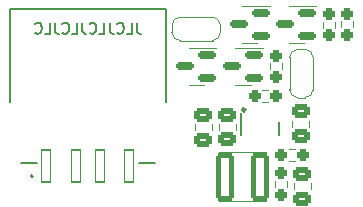
<source format=gbo>
G04 #@! TF.GenerationSoftware,KiCad,Pcbnew,6.0.11-2627ca5db0~126~ubuntu22.04.1*
G04 #@! TF.CreationDate,2023-02-09T23:48:25+01:00*
G04 #@! TF.ProjectId,PDLeech,50444c65-6563-4682-9e6b-696361645f70,rev?*
G04 #@! TF.SameCoordinates,Original*
G04 #@! TF.FileFunction,Legend,Bot*
G04 #@! TF.FilePolarity,Positive*
%FSLAX46Y46*%
G04 Gerber Fmt 4.6, Leading zero omitted, Abs format (unit mm)*
G04 Created by KiCad (PCBNEW 6.0.11-2627ca5db0~126~ubuntu22.04.1) date 2023-02-09 23:48:25*
%MOMM*%
%LPD*%
G01*
G04 APERTURE LIST*
G04 Aperture macros list*
%AMRoundRect*
0 Rectangle with rounded corners*
0 $1 Rounding radius*
0 $2 $3 $4 $5 $6 $7 $8 $9 X,Y pos of 4 corners*
0 Add a 4 corners polygon primitive as box body*
4,1,4,$2,$3,$4,$5,$6,$7,$8,$9,$2,$3,0*
0 Add four circle primitives for the rounded corners*
1,1,$1+$1,$2,$3*
1,1,$1+$1,$4,$5*
1,1,$1+$1,$6,$7*
1,1,$1+$1,$8,$9*
0 Add four rect primitives between the rounded corners*
20,1,$1+$1,$2,$3,$4,$5,0*
20,1,$1+$1,$4,$5,$6,$7,0*
20,1,$1+$1,$6,$7,$8,$9,0*
20,1,$1+$1,$8,$9,$2,$3,0*%
%AMFreePoly0*
4,1,22,0.550000,-0.750000,0.000000,-0.750000,0.000000,-0.745033,-0.079941,-0.743568,-0.215256,-0.701293,-0.333266,-0.622738,-0.424486,-0.514219,-0.481581,-0.384460,-0.499164,-0.250000,-0.500000,-0.250000,-0.500000,0.250000,-0.499164,0.250000,-0.499963,0.256109,-0.478152,0.396186,-0.417904,0.524511,-0.324060,0.630769,-0.204165,0.706417,-0.067858,0.745374,0.000000,0.744959,0.000000,0.750000,
0.550000,0.750000,0.550000,-0.750000,0.550000,-0.750000,$1*%
%AMFreePoly1*
4,1,20,0.000000,0.744959,0.073905,0.744508,0.209726,0.703889,0.328688,0.626782,0.421226,0.519385,0.479903,0.390333,0.500000,0.250000,0.500000,-0.250000,0.499851,-0.262216,0.476331,-0.402017,0.414519,-0.529596,0.319384,-0.634700,0.198574,-0.708877,0.061801,-0.746166,0.000000,-0.745033,0.000000,-0.750000,-0.550000,-0.750000,-0.550000,0.750000,0.000000,0.750000,0.000000,0.744959,
0.000000,0.744959,$1*%
G04 Aperture macros list end*
%ADD10C,0.150000*%
%ADD11C,0.120000*%
%ADD12C,0.200000*%
%ADD13C,0.300000*%
%ADD14C,2.200000*%
%ADD15C,0.650000*%
%ADD16O,0.950000X0.650000*%
%ADD17O,0.800000X1.400000*%
%ADD18C,0.750000*%
%ADD19O,2.100000X0.900000*%
%ADD20RoundRect,0.250000X0.475000X-0.337500X0.475000X0.337500X-0.475000X0.337500X-0.475000X-0.337500X0*%
%ADD21FreePoly0,0.000000*%
%ADD22R,1.000000X1.500000*%
%ADD23FreePoly1,0.000000*%
%ADD24RoundRect,0.237500X-0.237500X0.250000X-0.237500X-0.250000X0.237500X-0.250000X0.237500X0.250000X0*%
%ADD25RoundRect,0.237500X-0.250000X-0.237500X0.250000X-0.237500X0.250000X0.237500X-0.250000X0.237500X0*%
%ADD26C,1.300000*%
%ADD27RoundRect,0.054000X-0.396000X-1.346000X0.396000X-1.346000X0.396000X1.346000X-0.396000X1.346000X0*%
%ADD28R,2.500000X5.000000*%
%ADD29FreePoly0,270.000000*%
%ADD30R,1.500000X1.000000*%
%ADD31FreePoly1,270.000000*%
%ADD32RoundRect,0.237500X0.250000X0.237500X-0.250000X0.237500X-0.250000X-0.237500X0.250000X-0.237500X0*%
%ADD33RoundRect,0.237500X0.237500X-0.250000X0.237500X0.250000X-0.237500X0.250000X-0.237500X-0.250000X0*%
%ADD34RoundRect,0.250000X-0.475000X0.337500X-0.475000X-0.337500X0.475000X-0.337500X0.475000X0.337500X0*%
%ADD35RoundRect,0.210000X0.560000X1.810000X-0.560000X1.810000X-0.560000X-1.810000X0.560000X-1.810000X0*%
%ADD36RoundRect,0.150000X0.587500X0.150000X-0.587500X0.150000X-0.587500X-0.150000X0.587500X-0.150000X0*%
%ADD37O,0.020000X0.220000*%
%ADD38R,0.250000X0.500000*%
%ADD39R,2.400000X0.840000*%
G04 APERTURE END LIST*
D10*
X146143142Y-59578142D02*
X146143142Y-60221000D01*
X146186000Y-60349571D01*
X146271714Y-60435285D01*
X146400285Y-60478142D01*
X146486000Y-60478142D01*
X145286000Y-60478142D02*
X145714571Y-60478142D01*
X145714571Y-59578142D01*
X144471714Y-60392428D02*
X144514571Y-60435285D01*
X144643142Y-60478142D01*
X144728857Y-60478142D01*
X144857428Y-60435285D01*
X144943142Y-60349571D01*
X144986000Y-60263857D01*
X145028857Y-60092428D01*
X145028857Y-59963857D01*
X144986000Y-59792428D01*
X144943142Y-59706714D01*
X144857428Y-59621000D01*
X144728857Y-59578142D01*
X144643142Y-59578142D01*
X144514571Y-59621000D01*
X144471714Y-59663857D01*
X143828857Y-59578142D02*
X143828857Y-60221000D01*
X143871714Y-60349571D01*
X143957428Y-60435285D01*
X144086000Y-60478142D01*
X144171714Y-60478142D01*
X142971714Y-60478142D02*
X143400285Y-60478142D01*
X143400285Y-59578142D01*
X142157428Y-60392428D02*
X142200285Y-60435285D01*
X142328857Y-60478142D01*
X142414571Y-60478142D01*
X142543142Y-60435285D01*
X142628857Y-60349571D01*
X142671714Y-60263857D01*
X142714571Y-60092428D01*
X142714571Y-59963857D01*
X142671714Y-59792428D01*
X142628857Y-59706714D01*
X142543142Y-59621000D01*
X142414571Y-59578142D01*
X142328857Y-59578142D01*
X142200285Y-59621000D01*
X142157428Y-59663857D01*
X141514571Y-59578142D02*
X141514571Y-60221000D01*
X141557428Y-60349571D01*
X141643142Y-60435285D01*
X141771714Y-60478142D01*
X141857428Y-60478142D01*
X140657428Y-60478142D02*
X141086000Y-60478142D01*
X141086000Y-59578142D01*
X139843142Y-60392428D02*
X139886000Y-60435285D01*
X140014571Y-60478142D01*
X140100285Y-60478142D01*
X140228857Y-60435285D01*
X140314571Y-60349571D01*
X140357428Y-60263857D01*
X140400285Y-60092428D01*
X140400285Y-59963857D01*
X140357428Y-59792428D01*
X140314571Y-59706714D01*
X140228857Y-59621000D01*
X140100285Y-59578142D01*
X140014571Y-59578142D01*
X139886000Y-59621000D01*
X139843142Y-59663857D01*
X139200285Y-59578142D02*
X139200285Y-60221000D01*
X139243142Y-60349571D01*
X139328857Y-60435285D01*
X139457428Y-60478142D01*
X139543142Y-60478142D01*
X138343142Y-60478142D02*
X138771714Y-60478142D01*
X138771714Y-59578142D01*
X137528857Y-60392428D02*
X137571714Y-60435285D01*
X137700285Y-60478142D01*
X137786000Y-60478142D01*
X137914571Y-60435285D01*
X138000285Y-60349571D01*
X138043142Y-60263857D01*
X138086000Y-60092428D01*
X138086000Y-59963857D01*
X138043142Y-59792428D01*
X138000285Y-59706714D01*
X137914571Y-59621000D01*
X137786000Y-59578142D01*
X137700285Y-59578142D01*
X137571714Y-59621000D01*
X137528857Y-59663857D01*
D11*
X159412000Y-73667252D02*
X159412000Y-73144748D01*
X160882000Y-73667252D02*
X160882000Y-73144748D01*
X152560000Y-59071000D02*
X149760000Y-59071000D01*
X149760000Y-61071000D02*
X152560000Y-61071000D01*
X149110000Y-59771000D02*
X149110000Y-60371000D01*
X153210000Y-60371000D02*
X153210000Y-59771000D01*
X152510000Y-61071000D02*
G75*
G03*
X153210000Y-60371000I0J700000D01*
G01*
X153210000Y-59771000D02*
G75*
G03*
X152510000Y-59071000I-700000J0D01*
G01*
X149110000Y-60371000D02*
G75*
G03*
X149810000Y-61071000I699999J-1D01*
G01*
X149810000Y-59071000D02*
G75*
G03*
X149110000Y-59771000I-1J-699999D01*
G01*
X164479500Y-59435276D02*
X164479500Y-59944724D01*
X163434500Y-59435276D02*
X163434500Y-59944724D01*
X159003276Y-70254000D02*
X159512724Y-70254000D01*
X159003276Y-71299000D02*
X159512724Y-71299000D01*
D12*
X146286000Y-71455000D02*
X147636000Y-71455000D01*
X148586000Y-66305000D02*
X148586000Y-58407000D01*
X135386000Y-58407000D02*
X135386000Y-66305000D01*
X148586000Y-58407000D02*
X135386000Y-58407000D01*
X136336000Y-71455000D02*
X137686000Y-71455000D01*
X137336000Y-72555000D02*
G75*
G03*
X137336000Y-72555000I-100000J0D01*
G01*
D11*
X153062000Y-68652800D02*
X153062000Y-68130296D01*
X154532000Y-68652800D02*
X154532000Y-68130296D01*
X159768500Y-65901000D02*
X160368500Y-65901000D01*
X161068500Y-65251000D02*
X161068500Y-62451000D01*
X159068500Y-62451000D02*
X159068500Y-65251000D01*
X160368500Y-61801000D02*
X159768500Y-61801000D01*
X159768500Y-61801000D02*
G75*
G03*
X159068500Y-62501000I-1J-699999D01*
G01*
X160368500Y-65901000D02*
G75*
G03*
X161068500Y-65201000I0J700000D01*
G01*
X161068500Y-62501000D02*
G75*
G03*
X160368500Y-61801000I-699999J1D01*
G01*
X159068500Y-65201000D02*
G75*
G03*
X159768500Y-65901000I700000J0D01*
G01*
X157275224Y-65263500D02*
X156765776Y-65263500D01*
X157275224Y-66308500D02*
X156765776Y-66308500D01*
X158891500Y-73472272D02*
X158891500Y-72962824D01*
X157846500Y-73472272D02*
X157846500Y-72962824D01*
X160755000Y-67848248D02*
X160755000Y-68370752D01*
X159285000Y-67848248D02*
X159285000Y-68370752D01*
X157067000Y-74682548D02*
X153067000Y-74682548D01*
X157067000Y-70482548D02*
X153067000Y-70482548D01*
X155115500Y-64806000D02*
X155765500Y-64806000D01*
X155115500Y-64806000D02*
X154465500Y-64806000D01*
X155115500Y-61686000D02*
X156790500Y-61686000D01*
X155115500Y-61686000D02*
X154465500Y-61686000D01*
X162955500Y-59968224D02*
X162955500Y-59458776D01*
X161910500Y-59968224D02*
X161910500Y-59458776D01*
X152500000Y-68674300D02*
X152500000Y-68151796D01*
X151030000Y-68674300D02*
X151030000Y-68151796D01*
X151178500Y-64806000D02*
X150528500Y-64806000D01*
X151178500Y-64806000D02*
X151828500Y-64806000D01*
X151178500Y-61686000D02*
X152853500Y-61686000D01*
X151178500Y-61686000D02*
X150528500Y-61686000D01*
X157387000Y-63500724D02*
X157387000Y-62991276D01*
X158432000Y-63500724D02*
X158432000Y-62991276D01*
D10*
X154966000Y-67168548D02*
X154966000Y-69093548D01*
X158216000Y-67943548D02*
X158216000Y-69093548D01*
D13*
X155291000Y-66918548D02*
G75*
G03*
X155291000Y-66918548I-100000J0D01*
G01*
D11*
X155702000Y-61250000D02*
X156352000Y-61250000D01*
X155702000Y-61250000D02*
X155052000Y-61250000D01*
X155702000Y-58130000D02*
X157377000Y-58130000D01*
X155702000Y-58130000D02*
X155052000Y-58130000D01*
X159639000Y-61250000D02*
X160289000Y-61250000D01*
X159639000Y-61250000D02*
X158989000Y-61250000D01*
X159639000Y-58130000D02*
X161314000Y-58130000D01*
X159639000Y-58130000D02*
X158989000Y-58130000D01*
%LPC*%
D14*
X134112000Y-59690000D03*
D15*
X138386000Y-63839000D03*
D16*
X145586000Y-63839000D03*
D15*
X144786000Y-64489000D03*
X144386000Y-65189000D03*
X143586000Y-65189000D03*
X143186000Y-64489000D03*
X142786000Y-65189000D03*
X142386000Y-64489000D03*
X141586000Y-64489000D03*
X141186000Y-65189000D03*
X140786000Y-64489000D03*
X140386000Y-65189000D03*
X139586000Y-65189000D03*
X139186000Y-64489000D03*
D17*
X146116000Y-65089000D03*
X137856000Y-65089000D03*
X146476000Y-69469000D03*
X137496000Y-69469000D03*
D14*
X163576000Y-75438000D03*
D18*
X164235500Y-69422500D03*
X163515500Y-68922500D03*
X164235500Y-68422500D03*
X163515500Y-67922500D03*
X164235500Y-67422500D03*
X163515500Y-66922500D03*
X164235500Y-66422500D03*
X163515500Y-65922500D03*
X164235500Y-65422500D03*
X163515500Y-64922500D03*
X164235500Y-64422500D03*
X163515500Y-63922500D03*
D19*
X162885500Y-71022500D03*
X162885500Y-62322500D03*
D20*
X160147000Y-74443500D03*
X160147000Y-72368500D03*
D21*
X149860000Y-60071000D03*
D22*
X151160000Y-60071000D03*
D23*
X152460000Y-60071000D03*
D24*
X163957000Y-58777500D03*
X163957000Y-60602500D03*
D25*
X158345500Y-70776500D03*
X160170500Y-70776500D03*
D26*
X144486000Y-67805000D03*
X139486000Y-67805000D03*
D27*
X138486000Y-71655000D03*
X140986000Y-71655000D03*
X142986000Y-71655000D03*
X145486000Y-71655000D03*
D28*
X149236000Y-69405000D03*
X134736000Y-69405000D03*
D20*
X153797000Y-69429048D03*
X153797000Y-67354048D03*
D29*
X160068500Y-62551000D03*
D30*
X160068500Y-63851000D03*
D31*
X160068500Y-65151000D03*
D32*
X157933000Y-65786000D03*
X156108000Y-65786000D03*
D33*
X158369000Y-74130048D03*
X158369000Y-72305048D03*
D34*
X160020000Y-67072000D03*
X160020000Y-69147000D03*
D35*
X156567000Y-72582548D03*
X153567000Y-72582548D03*
D36*
X156053000Y-62296000D03*
X156053000Y-64196000D03*
X154178000Y-63246000D03*
D33*
X162433000Y-60626000D03*
X162433000Y-58801000D03*
D20*
X151765000Y-69450548D03*
X151765000Y-67375548D03*
D36*
X152116000Y-62296000D03*
X152116000Y-64196000D03*
X150241000Y-63246000D03*
D33*
X157909500Y-64158500D03*
X157909500Y-62333500D03*
D37*
X155591000Y-67418548D03*
D38*
X155591000Y-67568548D03*
D37*
X156091000Y-67418548D03*
D38*
X156091000Y-67568548D03*
D37*
X156591000Y-67418548D03*
D38*
X156591000Y-67568548D03*
X157091000Y-67568548D03*
D37*
X157091000Y-67418548D03*
X157591000Y-67418548D03*
D38*
X157591000Y-67568548D03*
D37*
X157591000Y-69618548D03*
D38*
X157591000Y-69468548D03*
X157091000Y-69468548D03*
D37*
X157091000Y-69618548D03*
D38*
X156591000Y-69468548D03*
D37*
X156591000Y-69618548D03*
X156091000Y-69618548D03*
D38*
X156091000Y-69468548D03*
X155591000Y-69468548D03*
D37*
X155591000Y-69618548D03*
D39*
X156591000Y-68518548D03*
D36*
X156639500Y-58740000D03*
X156639500Y-60640000D03*
X154764500Y-59690000D03*
X160576500Y-58740000D03*
X160576500Y-60640000D03*
X158701500Y-59690000D03*
M02*

</source>
